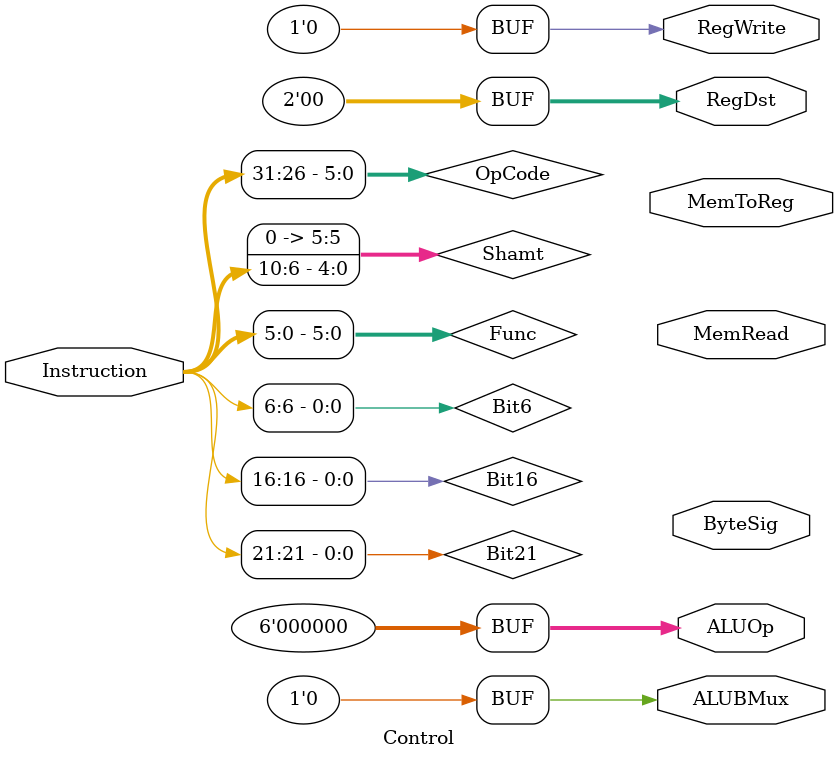
<source format=v>
`timescale 1ns / 1ps

module Control(
    Instruction,
    ALUBMux, RegDst, ALUOp, MemRead, ByteSig, RegWrite, MemToReg
);

    input [31:0] Instruction;  // Instrucción de 32 bits que se decodifica para determinar las señales de control.

    
    output reg       ALUBMux;       // Selección del multiplexor para el segundo operando de la ALU.
    output reg [1:0] RegDst;        // Selección del destino del registro para escritura.
    output reg [5:0] ALUOp;         // Código de operación para la ALU.

    // Memory (Señales para la etapa de acceso a memoria).
    output reg MemRead;             // Señal para habilitar lectura de memoria.
    output reg [1:0] ByteSig;       // Indica el tamaño de los datos a transferir (byte, half-word, word).

    // Write Back (Señales para la etapa de escritura en el pipeline).
    output reg       RegWrite;      // Habilita la escritura en el registro de destino.
    output reg [1:0] MemToReg;      // Selección del origen de los datos para escribir en el registro (memoria o ALU).


    
    localparam [5:0] OP_ZERO        = 6'b000000,   // Zero OpCode
                     OP_BGEZBLTZ    = 6'b000001,   // BGEZ, BLTZ
                     OP_J           = 6'b000010,   // J
                     OP_JAL         = 6'b000011,   // JAL
                     OP_BEQ         = 6'b000100,   // BEQ
                     OP_BNE         = 6'b000101,   // BNE
                     OP_BLEZ        = 6'b000110,   // BLEZ 
                     OP_BGTZ        = 6'b000111,   // BGTZ 
                     OP_ADDI        = 6'b001000,   // ADDI
                     OP_ADDIU       = 6'b001001,   // ADDIU
                     OP_SLTI        = 6'b001010,   // SLTI
                     OP_SLTIU       = 6'b001011,   // SLTUI
                     OP_ANDI        = 6'b001100,   // ANDI
                     OP_ORI         = 6'b001101,   // ORI
                     OP_XORI        = 6'b001110,   // XORI
                     OP_LUI         = 6'b001111,   // LUI
                     OP_MADD        = 6'b011100,   // MADD, MSUB, MUL
                     OP_SEBSEH      = 6'b011111,   // SEB, SEH
                     OP_LB          = 6'b100000,   // LB
                     OP_LH          = 6'b100001,   // LH
                     OP_LW          = 6'b100011,   // LW
                     OP_SB          = 6'b101000,   // SB
                     OP_SH          = 6'b101001,   // SH
                     OP_SW          = 6'b101011,   // SW
                     OP_EXI         = 6'b011001,   // EH, IH, DH, EB, IB
                     OP_LA          = 6'b011101;   // LA
    
    localparam [5:0] FUNC_JR        =  6'b001000,  // JR  
                     FUNC_ROTR      =  6'b000010,  // ROTR
                     FUNC_ROTRV     =  6'b000110,  // ROTRV
                     FUNC_SLL       =  6'b000000,  // SLL
                     FUNC_SRL       =  6'b000010,  // SRL 
                     FUNC_SRLV      =  6'b000110,  // SRLV 
                     FUNC_SRAV      =  6'b000111;  // SRAV 

   localparam [5:0] 
    ALUOP_ZERO     = 6'b000000,  // ZERO
    ALUOP_ADDIU    = 6'b000001,  // ADDIU
    ALUOP_ADDI     = 6'b000010,  // ADDI
    ALUOP_MUL      = 6'b000011,  // MUL, MADD, MSUB
    ALUOP_LUI      = 6'b000100,  // LUI
    ALUOP_BLTZ     = 6'b000101,  // BLTZ
    ALUOP_BEQ      = 6'b000110,  // BEQ
    ALUOP_BNE      = 6'b000111,  // BNE
    ALUOP_BGTZ     = 6'b001000,  // BGTZ
    ALUOP_BLEZ     = 6'b001001,  // BLEZ
    ALUOP_BGEZ     = 6'b001010,  // BGEZ
    ALUOP_JUMP     = 6'b001011,  // J, JR, JAL
    ALUOP_ANDI     = 6'b001100,  // ANDI
    ALUOP_ORI      = 6'b001101,  // ORI
    ALUOP_XORI     = 6'b001110,  // XORI
    ALUOP_SEB      = 6'b001111,  // SEB
    ALUOP_SLTI     = 6'b010000,  // SLTI
    ALUOP_SLTIU    = 6'b010001,  // SLTIU
    ALUOP_SRL      = 6'b010010,  // SRL
    ALUOP_ROTR     = 6'b010011,  // ROTR
    ALUOP_SRLV     = 6'b010100,  // SRLV
    ALUOP_SEH      = 6'b010101,  // SEH
    ALUOP_ROTRV    = 6'b010110,  // ROTRV
    ALUOP_EXI      = 6'b010111,  // EH, IH, DH, EB, IB
    ALUOP_LA       = 6'b011000;  // LA

              

     reg Bit21, Bit16, Bit6; 
    // Bits específicos de la instrucción para decodificación.

    reg [5:0] Func; 
    // Código de función para instrucciones R-Type.

    reg [5:0] Shamt; 
    // Shift amount (desplazamiento).

    reg [5:0] OpCode; 
    // Código de operación extraído de la instrucción.

    //--------------------------------
    // Controller Logic
    //--------------------------------

    initial begin
        
        //ControlSignal <= 32'b0;
        ALUBMux     <= 1'b0;
        RegDst      <= 2'b00;
        ALUOp       <= 6'b000000;
        RegWrite    <= 1'b0;
    end
    
    always @(*) begin
        Func   <= Instruction[5:0];
        Shamt  <= Instruction[10:6];
        Bit6   <= Instruction[6];
        Bit16  <= Instruction[16];
        Bit21  <= Instruction[21];
        OpCode <= Instruction[31:26];
        // NOP
        if (Instruction == 32'b0) begin
            ALUBMux     <= 1'b0;
            RegDst      <= 2'b00;
            ALUOp       <= ALUOP_ZERO;
            RegWrite    <= 1'b0;
        end
        else begin
            case(OpCode)
                OP_ZERO: begin
                    ALUBMux     <= 1'b0;
                    if (Func == FUNC_JR) begin    // jr
                        RegWrite    <= 1'b0;
                        RegDst      <= 2'b00;
                        ALUOp       <= ALUOP_JUMP;  
                    end
                
                    else begin
                        RegWrite    <= 1'b1;
                        RegDst      <= 2'b01;
                        ALUOp       <= ALUOP_ZERO;  
                        if (Func == FUNC_SRL && ~Bit21) begin   // srl
                            ALUOp <= ALUOP_SRL;  
                            ALUBMux <= 1'b0;
                        end
                        else if (Func == FUNC_SLL) ALUBMux <= 1'b0;
                        else if (Func == FUNC_ROTR  &&  Bit21) ALUOp <= ALUOP_ROTR;  // rotr
                        else if (Func == FUNC_SRLV  && ~Bit6)  ALUOp <= ALUOP_SRLV;  // srlv
                        else if (Func == FUNC_ROTRV &&  Bit6)  ALUOp <= ALUOP_ROTRV; // rotrv
                        else ALUOp <= ALUOP_ZERO;
                    end

                end
                
                //addiu
                OP_ADDIU: begin
                    ALUBMux     <= 1'b1;
                    RegDst      <= 2'b00;
                    ALUOp       <= ALUOP_ADDIU;
                    RegWrite    <= 1'b1;  
                end
                
                //addi
                OP_ADDI: begin
                    ALUBMux     <= 1'b1;
                    RegDst      <= 2'b00;
                    ALUOp       <= ALUOP_ADDI;
                    RegWrite    <= 1'b1;
                end
                
                //mul, madd, msub
                OP_MADD: begin
                    ALUBMux     <= 1'b0;
                    RegDst      <= 2'b01;
                    ALUOp       <= ALUOP_MUL;
                    RegWrite    <= 1'b1;  
                end 
                
                //lw
                OP_LW: begin
                    ALUBMux     <= 1'b1;
                    RegDst      <= 2'b00;
                    ALUOp       <= ALUOP_ADDI;
                    RegWrite    <= 1'b1;              
                end
                
                //sw
                OP_SW: begin                 
                    ALUBMux     <= 1'b1;
                    RegDst      <= 2'b00;
                    ALUOp       <= ALUOP_ADDI;
                    RegWrite    <= 1'b0;
   
                end
                
                //sb
                OP_SB: begin                  
                    ALUBMux     <= 1'b1;
                    RegDst      <= 2'b00;
                    ALUOp       <= ALUOP_ADDI;
                    RegWrite    <= 1'b0;
                    
                    
                end
                
                //lh
                OP_LH: begin
                    ALUBMux     <= 1'b1;
                    RegDst      <= 2'b00;
                    ALUOp       <= ALUOP_ADDI;
                    RegWrite    <= 1'b1;
                      
                          
                end
                
                //lb
                OP_LB: begin
                    ALUBMux     <= 1'b1;
                    RegDst      <= 2'b00;
                    ALUOp       <= ALUOP_ADDI;
                    RegWrite    <= 1'b1;
                    
                    
                end
                
                //sh
                OP_SH: begin
                    ALUBMux     <= 1'b1;
                    RegDst      <= 2'b00;
                    ALUOp       <= ALUOP_ADDI;
                    RegWrite    <= 1'b0;
                    
                    
                end
                
                //lui
                OP_LUI: begin     
                    ALUBMux     <= 1'b1;
                    RegDst      <= 2'b00;
                    ALUOp       <= ALUOP_LUI;
                    RegWrite    <= 1'b1;
                    
                    
                end
                
                OP_BGEZBLTZ: begin
                    ALUBMux     <= 1'b0;
                    RegDst      <= 2'b00;
                    RegWrite    <= 1'b0;
                    case (Bit16)
                        1'b0: begin
                            ALUOp       <= ALUOP_BLTZ;
                            
                        end
                        1'b1: begin
                            ALUOp       <= ALUOP_BGEZ;
                            
                        end
                    endcase
                end
                //beq
                OP_BEQ: begin
                    
                    ALUBMux     <= 1'b0;
                    RegDst      <= 2'b00;
                    ALUOp       <= ALUOP_BEQ;
                    RegWrite    <= 1'b0;
                end
                //bne
                OP_BNE: begin
                    
                    ALUBMux     <= 1'b0;
                    RegDst      <= 2'b00;
                    ALUOp       <= ALUOP_BNE;
                    RegWrite    <= 1'b0;
                end
                //bgtz
                OP_BGTZ: begin
                    
                    ALUBMux     <= 1'b0;
                    RegDst      <= 2'b00;
                    ALUOp       <= ALUOP_BGTZ;
                    RegWrite    <= 1'b0;
                end
                //blez
                OP_BLEZ: begin
                    
                    ALUBMux     <= 1'b0;
                    RegDst      <= 2'b00;
                    ALUOp       <= ALUOP_BLEZ;
                    RegWrite    <= 1'b0;
                end
                // j
                OP_J: begin
                    ALUBMux     <= 1'b0;
                    RegDst      <= 2'b00;
                    ALUOp       <= ALUOP_JUMP;
                    RegWrite    <= 1'b0;
                end
                // jal
                OP_JAL: begin
                    ALUBMux     <= 1'b0;
                    RegDst      <= 2'b10;
                    ALUOp       <= ALUOP_JUMP;
                    RegWrite    <= 1'b1;
                end
                //------------
                // Logical
                //------------
                //andi
                OP_ANDI: begin
                    ALUBMux     <= 1'b1;
                    RegDst      <= 2'b00;
                    ALUOp       <= ALUOP_ANDI;
                    RegWrite    <= 1'b1;
                end
                //ori
                OP_ORI: begin
                    ALUBMux     <= 1'b1;
                    RegDst      <= 2'b00;
                    ALUOp       <= ALUOP_ORI;
                    RegWrite    <= 1'b1;
                end
                //xori
                OP_XORI: begin
                    ALUBMux     <= 1'b1;
                    RegDst      <= 2'b00;
                    ALUOp       <= ALUOP_XORI;
                    RegWrite    <= 1'b1;
                end
                //seh, seb
                OP_SEBSEH: begin
                    ALUBMux     <= 1'b0;
                    RegDst      <= 2'b01;
                    RegWrite    <= 1'b1;
                    case (Shamt)
                        5'b10000: ALUOp <= ALUOP_SEB; //seb
                        5'b11000: ALUOp <= ALUOP_SEH; //seh
                    endcase
                end
                //slti
                OP_SLTI: begin
                    ALUBMux     <= 1'b1;
                    RegDst      <= 2'b00;
                    ALUOp       <= ALUOP_SLTI;
                    RegWrite    <= 1'b1;
                end
                //sltiu
                OP_SLTIU: begin
                    ALUBMux     <= 1'b1;
                    RegDst      <= 2'b00;
                    ALUOp       <= ALUOP_SLTIU;
                    RegWrite    <= 1'b1;
                end
                // EH, IH, DH, EB, IB, ABS
                OP_EXI: begin
                    ALUBMux     <= 1'b1;
                    RegDst      <= 2'b00;
                    ALUOp       <= ALUOP_EXI;
                    RegWrite    <= 1'b1;
                end
                // LA
                OP_LA: begin
                    ALUBMux     <= 1'b1;
                    RegDst      <= 2'b00;
                    ALUOp       <= ALUOP_LA;
                    RegWrite    <= 1'b1;
                end
                default: begin
                    ALUBMux     <= 1'b0;
                    RegDst      <= 2'b00;
                    ALUOp       <= ALUOP_ZERO;
                    RegWrite    <= 1'b0;
                end
                endcase
  end
  end

endmodule 

</source>
